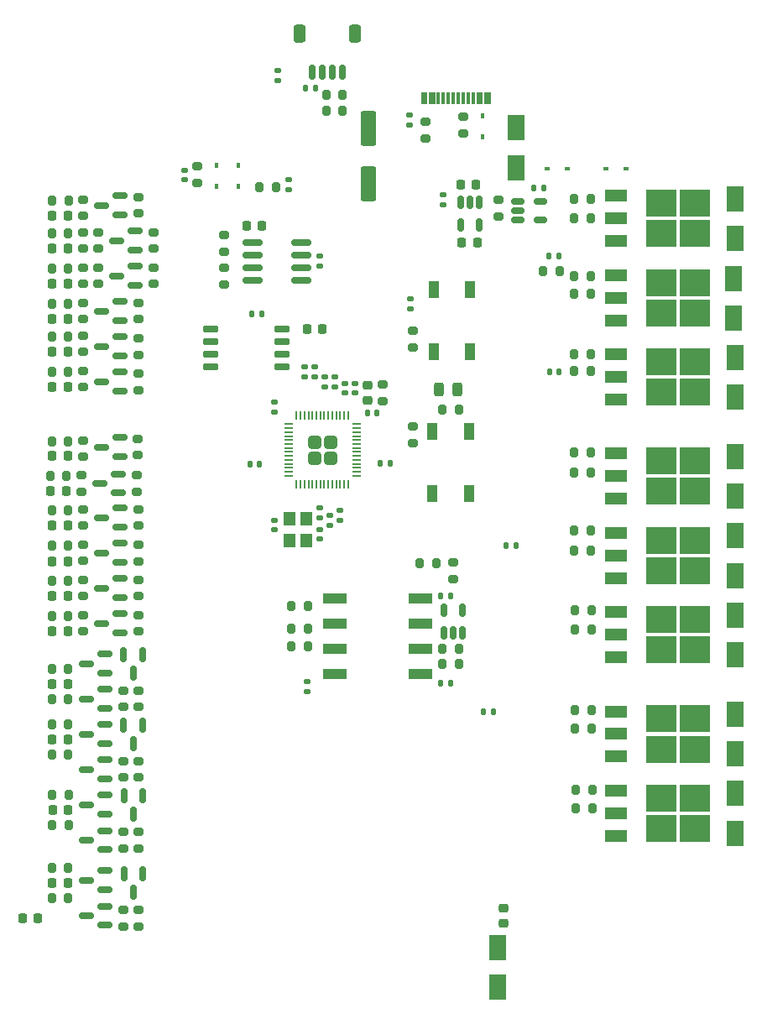
<source format=gtp>
%TF.GenerationSoftware,KiCad,Pcbnew,6.0.11+dfsg-1*%
%TF.CreationDate,2024-10-04T13:57:49+02:00*%
%TF.ProjectId,IO_16_8_1,494f5f31-365f-4385-9f31-2e6b69636164,1.1.0*%
%TF.SameCoordinates,PX47868c0PY848f8c0*%
%TF.FileFunction,Paste,Top*%
%TF.FilePolarity,Positive*%
%FSLAX46Y46*%
G04 Gerber Fmt 4.6, Leading zero omitted, Abs format (unit mm)*
G04 Created by KiCad (PCBNEW 6.0.11+dfsg-1) date 2024-10-04 13:57:49*
%MOMM*%
%LPD*%
G01*
G04 APERTURE LIST*
G04 Aperture macros list*
%AMRoundRect*
0 Rectangle with rounded corners*
0 $1 Rounding radius*
0 $2 $3 $4 $5 $6 $7 $8 $9 X,Y pos of 4 corners*
0 Add a 4 corners polygon primitive as box body*
4,1,4,$2,$3,$4,$5,$6,$7,$8,$9,$2,$3,0*
0 Add four circle primitives for the rounded corners*
1,1,$1+$1,$2,$3*
1,1,$1+$1,$4,$5*
1,1,$1+$1,$6,$7*
1,1,$1+$1,$8,$9*
0 Add four rect primitives between the rounded corners*
20,1,$1+$1,$2,$3,$4,$5,0*
20,1,$1+$1,$4,$5,$6,$7,0*
20,1,$1+$1,$6,$7,$8,$9,0*
20,1,$1+$1,$8,$9,$2,$3,0*%
G04 Aperture macros list end*
%ADD10RoundRect,0.200000X-0.275000X0.200000X-0.275000X-0.200000X0.275000X-0.200000X0.275000X0.200000X0*%
%ADD11RoundRect,0.150000X0.587500X0.150000X-0.587500X0.150000X-0.587500X-0.150000X0.587500X-0.150000X0*%
%ADD12RoundRect,0.200000X-0.200000X-0.275000X0.200000X-0.275000X0.200000X0.275000X-0.200000X0.275000X0*%
%ADD13R,0.300000X1.150000*%
%ADD14RoundRect,0.135000X-0.185000X0.135000X-0.185000X-0.135000X0.185000X-0.135000X0.185000X0.135000X0*%
%ADD15RoundRect,0.200000X0.275000X-0.200000X0.275000X0.200000X-0.275000X0.200000X-0.275000X-0.200000X0*%
%ADD16RoundRect,0.140000X0.170000X-0.140000X0.170000X0.140000X-0.170000X0.140000X-0.170000X-0.140000X0*%
%ADD17RoundRect,0.200000X0.200000X0.275000X-0.200000X0.275000X-0.200000X-0.275000X0.200000X-0.275000X0*%
%ADD18RoundRect,0.140000X0.140000X0.170000X-0.140000X0.170000X-0.140000X-0.170000X0.140000X-0.170000X0*%
%ADD19R,3.050000X2.750000*%
%ADD20R,2.200000X1.200000*%
%ADD21RoundRect,0.140000X-0.170000X0.140000X-0.170000X-0.140000X0.170000X-0.140000X0.170000X0.140000X0*%
%ADD22RoundRect,0.140000X-0.140000X-0.170000X0.140000X-0.170000X0.140000X0.170000X-0.140000X0.170000X0*%
%ADD23R,1.800000X2.500000*%
%ADD24RoundRect,0.225000X-0.225000X-0.250000X0.225000X-0.250000X0.225000X0.250000X-0.225000X0.250000X0*%
%ADD25RoundRect,0.150000X-0.150000X0.587500X-0.150000X-0.587500X0.150000X-0.587500X0.150000X0.587500X0*%
%ADD26RoundRect,0.150000X0.150000X-0.512500X0.150000X0.512500X-0.150000X0.512500X-0.150000X-0.512500X0*%
%ADD27RoundRect,0.243750X0.243750X0.456250X-0.243750X0.456250X-0.243750X-0.456250X0.243750X-0.456250X0*%
%ADD28RoundRect,0.150000X0.150000X0.625000X-0.150000X0.625000X-0.150000X-0.625000X0.150000X-0.625000X0*%
%ADD29RoundRect,0.250000X0.350000X0.650000X-0.350000X0.650000X-0.350000X-0.650000X0.350000X-0.650000X0*%
%ADD30R,0.450000X0.600000*%
%ADD31RoundRect,0.225000X0.250000X-0.225000X0.250000X0.225000X-0.250000X0.225000X-0.250000X-0.225000X0*%
%ADD32RoundRect,0.225000X0.225000X0.250000X-0.225000X0.250000X-0.225000X-0.250000X0.225000X-0.250000X0*%
%ADD33RoundRect,0.135000X0.185000X-0.135000X0.185000X0.135000X-0.185000X0.135000X-0.185000X-0.135000X0*%
%ADD34R,1.100000X1.800000*%
%ADD35R,0.600000X0.450000*%
%ADD36R,2.440000X1.120000*%
%ADD37RoundRect,0.249999X-0.395001X-0.395001X0.395001X-0.395001X0.395001X0.395001X-0.395001X0.395001X0*%
%ADD38RoundRect,0.050000X-0.387500X-0.050000X0.387500X-0.050000X0.387500X0.050000X-0.387500X0.050000X0*%
%ADD39RoundRect,0.050000X-0.050000X-0.387500X0.050000X-0.387500X0.050000X0.387500X-0.050000X0.387500X0*%
%ADD40RoundRect,0.150000X-0.512500X-0.150000X0.512500X-0.150000X0.512500X0.150000X-0.512500X0.150000X0*%
%ADD41RoundRect,0.135000X-0.135000X-0.185000X0.135000X-0.185000X0.135000X0.185000X-0.135000X0.185000X0*%
%ADD42RoundRect,0.150000X-0.150000X0.512500X-0.150000X-0.512500X0.150000X-0.512500X0.150000X0.512500X0*%
%ADD43RoundRect,0.150000X-0.650000X-0.150000X0.650000X-0.150000X0.650000X0.150000X-0.650000X0.150000X0*%
%ADD44RoundRect,0.150000X-0.825000X-0.150000X0.825000X-0.150000X0.825000X0.150000X-0.825000X0.150000X0*%
%ADD45RoundRect,0.250000X0.550000X-1.500000X0.550000X1.500000X-0.550000X1.500000X-0.550000X-1.500000X0*%
%ADD46R,1.200000X1.400000*%
G04 APERTURE END LIST*
D10*
X18178000Y64677000D03*
X18178000Y63027000D03*
D11*
X20425500Y16384000D03*
X20425500Y18284000D03*
X18550500Y17334000D03*
D12*
X15067000Y31594000D03*
X16717000Y31594000D03*
D11*
X20385500Y27088000D03*
X20385500Y28988000D03*
X18510500Y28038000D03*
D13*
X59160000Y92150000D03*
X58360000Y92150000D03*
X57060000Y92150000D03*
X56060000Y92150000D03*
X55560000Y92150000D03*
X54560000Y92150000D03*
X53260000Y92150000D03*
X52460000Y92150000D03*
X52760000Y92150000D03*
X53560000Y92150000D03*
X54060000Y92150000D03*
X55060000Y92150000D03*
X56560000Y92150000D03*
X57560000Y92150000D03*
X58060000Y92150000D03*
X58860000Y92150000D03*
D14*
X42578000Y64103000D03*
X42578000Y63083000D03*
D15*
X23703000Y56169000D03*
X23703000Y57819000D03*
D10*
X19702000Y78647000D03*
X19702000Y76997000D03*
X18178000Y68233000D03*
X18178000Y66583000D03*
X18178000Y57641000D03*
X18178000Y55991000D03*
D16*
X45626000Y62478000D03*
X45626000Y63438000D03*
D15*
X22242000Y30769000D03*
X22242000Y32419000D03*
D17*
X69566000Y20550000D03*
X67916000Y20550000D03*
D18*
X64672000Y83120000D03*
X63712000Y83120000D03*
D19*
X76566000Y81575000D03*
X79916000Y78525000D03*
X79916000Y81575000D03*
X76566000Y78525000D03*
D20*
X71941000Y82330000D03*
X71941000Y80050000D03*
X71941000Y77770000D03*
D10*
X52762000Y89787000D03*
X52762000Y88137000D03*
D21*
X51181000Y90458000D03*
X51181000Y89498000D03*
D22*
X46924000Y60410000D03*
X47884000Y60410000D03*
D23*
X84000000Y26050000D03*
X84000000Y30050000D03*
D12*
X67766000Y74225000D03*
X69416000Y74225000D03*
D24*
X40811000Y68896000D03*
X42361000Y68896000D03*
D12*
X15067000Y11528000D03*
X16717000Y11528000D03*
D19*
X76566000Y52525000D03*
X79916000Y55575000D03*
X79916000Y52525000D03*
X76566000Y55575000D03*
D20*
X71941000Y56330000D03*
X71941000Y54050000D03*
X71941000Y51770000D03*
D10*
X18178000Y71535000D03*
X18178000Y69885000D03*
D12*
X15067000Y43500000D03*
X16717000Y43500000D03*
D23*
X60000000Y6507000D03*
X60000000Y2507000D03*
D11*
X21909500Y62648000D03*
X21909500Y64548000D03*
X20034500Y63598000D03*
D14*
X43594000Y64103000D03*
X43594000Y63083000D03*
D25*
X24248000Y13953500D03*
X22348000Y13953500D03*
X23298000Y12078500D03*
D17*
X16717000Y14576000D03*
X15067000Y14576000D03*
D10*
X18178000Y78647000D03*
X18178000Y76997000D03*
D26*
X54606000Y38294500D03*
X55556000Y38294500D03*
X56506000Y38294500D03*
X56506000Y40569500D03*
X54606000Y40569500D03*
D12*
X15067000Y71472000D03*
X16717000Y71472000D03*
D17*
X56127000Y35114000D03*
X54477000Y35114000D03*
D15*
X23806000Y69885000D03*
X23806000Y71535000D03*
D10*
X18178000Y75091000D03*
X18178000Y73441000D03*
D11*
X20385500Y23532000D03*
X20385500Y25432000D03*
X18510500Y24482000D03*
D15*
X23766000Y23657000D03*
X23766000Y25307000D03*
D27*
X55985500Y62800000D03*
X54110500Y62800000D03*
D15*
X23766000Y38389000D03*
X23766000Y40039000D03*
D23*
X84000000Y62050000D03*
X84000000Y66050000D03*
D28*
X44356000Y94836000D03*
X43356000Y94836000D03*
X42356000Y94836000D03*
X41356000Y94836000D03*
D29*
X45656000Y98711000D03*
X40056000Y98711000D03*
D17*
X69478742Y38550000D03*
X67828742Y38550000D03*
D12*
X64637000Y74738000D03*
X66287000Y74738000D03*
D11*
X21909500Y69760000D03*
X21909500Y71660000D03*
X20034500Y70710000D03*
D16*
X37498000Y48632000D03*
X37498000Y49592000D03*
D17*
X69416000Y54462500D03*
X67766000Y54462500D03*
D19*
X76566000Y18525000D03*
X79916000Y18525000D03*
X79916000Y21575000D03*
X76566000Y21575000D03*
D20*
X71941000Y22330000D03*
X71941000Y20050000D03*
X71941000Y17770000D03*
D22*
X54314000Y41972000D03*
X55274000Y41972000D03*
D12*
X15083742Y81886000D03*
X16733742Y81886000D03*
D22*
X58632000Y30288000D03*
X59592000Y30288000D03*
D16*
X37522000Y60542000D03*
X37522000Y61502000D03*
D23*
X84000000Y36050000D03*
X84000000Y40050000D03*
D17*
X16757000Y21906000D03*
X15107000Y21906000D03*
D30*
X33844000Y85378000D03*
X33844000Y83278000D03*
D31*
X46896000Y61675000D03*
X46896000Y63225000D03*
D19*
X79916000Y47575000D03*
X79916000Y44525000D03*
X76566000Y44525000D03*
X76566000Y47575000D03*
D20*
X71941000Y48330000D03*
X71941000Y46050000D03*
X71941000Y43770000D03*
D25*
X24248000Y21827500D03*
X22348000Y21827500D03*
X23298000Y19952500D03*
D32*
X16707000Y20382000D03*
X15157000Y20382000D03*
D21*
X43110000Y50072000D03*
X43110000Y49112000D03*
D15*
X22282000Y16509000D03*
X22282000Y18159000D03*
D33*
X42094000Y49844000D03*
X42094000Y50864000D03*
D15*
X23594000Y52515000D03*
X23594000Y54165000D03*
D33*
X38989000Y82929000D03*
X38989000Y83949000D03*
D32*
X16667000Y73504000D03*
X15117000Y73504000D03*
D12*
X42736000Y90932000D03*
X44386000Y90932000D03*
D10*
X60128000Y81913000D03*
X60128000Y80263000D03*
D11*
X20385500Y19976000D03*
X20385500Y21876000D03*
X18510500Y20926000D03*
D34*
X57152000Y52334000D03*
X57152000Y58534000D03*
X53452000Y58534000D03*
X53452000Y52334000D03*
D15*
X23766000Y80553000D03*
X23766000Y82203000D03*
D32*
X16667000Y66646000D03*
X15117000Y66646000D03*
D12*
X67766000Y48550000D03*
X69416000Y48550000D03*
D19*
X76566000Y26525000D03*
X79916000Y26525000D03*
X79916000Y29575000D03*
X76566000Y29575000D03*
D20*
X71941000Y30330000D03*
X71941000Y28050000D03*
X71941000Y25770000D03*
D35*
X64990000Y85090000D03*
X67090000Y85090000D03*
D17*
X69478742Y28572500D03*
X67828742Y28572500D03*
D12*
X67766000Y82050000D03*
X69416000Y82050000D03*
D15*
X23806000Y66293000D03*
X23806000Y67943000D03*
D18*
X66196000Y76262000D03*
X65236000Y76262000D03*
D32*
X16667000Y69948000D03*
X15117000Y69948000D03*
D11*
X21909500Y45376000D03*
X21909500Y47276000D03*
X20034500Y46326000D03*
D16*
X44624000Y62478000D03*
X44624000Y63438000D03*
D15*
X23766000Y41945000D03*
X23766000Y43595000D03*
D10*
X32442000Y75055000D03*
X32442000Y73405000D03*
D32*
X16667000Y42008000D03*
X15117000Y42008000D03*
D12*
X54477000Y36638000D03*
X56127000Y36638000D03*
D36*
X52241000Y34098000D03*
X52241000Y36638000D03*
X52241000Y39178000D03*
X52241000Y41718000D03*
X43631000Y41718000D03*
X43631000Y39178000D03*
X43631000Y36638000D03*
X43631000Y34098000D03*
D32*
X16667000Y56086000D03*
X15117000Y56086000D03*
D12*
X67916000Y22412500D03*
X69566000Y22412500D03*
D34*
X57280000Y72854000D03*
X57280000Y66654000D03*
X53580000Y72854000D03*
X53580000Y66654000D03*
D32*
X16667000Y13052000D03*
X15117000Y13052000D03*
D25*
X24208000Y28975500D03*
X22308000Y28975500D03*
X23258000Y27100500D03*
D17*
X53841000Y45274000D03*
X52191000Y45274000D03*
D15*
X23766000Y49057000D03*
X23766000Y50707000D03*
D11*
X21909500Y66204000D03*
X21909500Y68104000D03*
X20034500Y67154000D03*
D30*
X58525000Y88266000D03*
X58525000Y90366000D03*
D12*
X15067000Y57597500D03*
X16717000Y57597500D03*
D37*
X41548000Y57504000D03*
X41548000Y55904000D03*
X43148000Y57504000D03*
X43148000Y55904000D03*
D38*
X38910500Y59304000D03*
X38910500Y58904000D03*
X38910500Y58504000D03*
X38910500Y58104000D03*
X38910500Y57704000D03*
X38910500Y57304000D03*
X38910500Y56904000D03*
X38910500Y56504000D03*
X38910500Y56104000D03*
X38910500Y55704000D03*
X38910500Y55304000D03*
X38910500Y54904000D03*
X38910500Y54504000D03*
X38910500Y54104000D03*
D39*
X39748000Y53266500D03*
X40148000Y53266500D03*
X40548000Y53266500D03*
X40948000Y53266500D03*
X41348000Y53266500D03*
X41748000Y53266500D03*
X42148000Y53266500D03*
X42548000Y53266500D03*
X42948000Y53266500D03*
X43348000Y53266500D03*
X43748000Y53266500D03*
X44148000Y53266500D03*
X44548000Y53266500D03*
X44948000Y53266500D03*
D38*
X45785500Y54104000D03*
X45785500Y54504000D03*
X45785500Y54904000D03*
X45785500Y55304000D03*
X45785500Y55704000D03*
X45785500Y56104000D03*
X45785500Y56504000D03*
X45785500Y56904000D03*
X45785500Y57304000D03*
X45785500Y57704000D03*
X45785500Y58104000D03*
X45785500Y58504000D03*
X45785500Y58904000D03*
X45785500Y59304000D03*
D39*
X44948000Y60141500D03*
X44548000Y60141500D03*
X44148000Y60141500D03*
X43748000Y60141500D03*
X43348000Y60141500D03*
X42948000Y60141500D03*
X42548000Y60141500D03*
X42148000Y60141500D03*
X41748000Y60141500D03*
X41348000Y60141500D03*
X40948000Y60141500D03*
X40548000Y60141500D03*
X40148000Y60141500D03*
X39748000Y60141500D03*
D40*
X62038500Y81784000D03*
X62038500Y80834000D03*
X62038500Y79884000D03*
X64313500Y79884000D03*
X64313500Y81784000D03*
D22*
X60918000Y47052000D03*
X61878000Y47052000D03*
D17*
X40887000Y36892000D03*
X39237000Y36892000D03*
D15*
X55556000Y43687000D03*
X55556000Y45337000D03*
D12*
X67828742Y40550000D03*
X69478742Y40550000D03*
D18*
X36224000Y70420000D03*
X35264000Y70420000D03*
D11*
X21737500Y52390000D03*
X21737500Y54290000D03*
X19862500Y53340000D03*
D17*
X16717000Y34642000D03*
X15067000Y34642000D03*
D10*
X18006000Y54165000D03*
X18006000Y52515000D03*
D12*
X39237000Y40956000D03*
X40887000Y40956000D03*
D21*
X28448000Y84935000D03*
X28448000Y83975000D03*
D11*
X20385500Y30644000D03*
X20385500Y32544000D03*
X18510500Y31594000D03*
D12*
X15067000Y78584000D03*
X16717000Y78584000D03*
D35*
X70920000Y85073000D03*
X73020000Y85073000D03*
D12*
X54477000Y60768000D03*
X56127000Y60768000D03*
D23*
X84000000Y52050000D03*
X84000000Y56050000D03*
D12*
X15067000Y75028000D03*
X16717000Y75028000D03*
X42736000Y92518000D03*
X44386000Y92518000D03*
D15*
X23766000Y45465000D03*
X23766000Y47115000D03*
D10*
X18178000Y43595000D03*
X18178000Y41945000D03*
X48420000Y63275000D03*
X48420000Y61625000D03*
D15*
X23806000Y62737000D03*
X23806000Y64387000D03*
D19*
X79916000Y65575000D03*
X76566000Y62525000D03*
X79916000Y62525000D03*
X76566000Y65575000D03*
D20*
X71941000Y66330000D03*
X71941000Y64050000D03*
X71941000Y61770000D03*
D10*
X18178000Y47151000D03*
X18178000Y45501000D03*
D16*
X40546000Y64098000D03*
X40546000Y65058000D03*
D41*
X54284000Y33209000D03*
X55304000Y33209000D03*
D11*
X21909500Y38264000D03*
X21909500Y40164000D03*
X20034500Y39214000D03*
D15*
X25290000Y76997000D03*
X25290000Y78647000D03*
D10*
X56572000Y90295000D03*
X56572000Y88645000D03*
D32*
X16667000Y45418000D03*
X15117000Y45418000D03*
D22*
X48218000Y55346000D03*
X49178000Y55346000D03*
D12*
X67766000Y66356000D03*
X69416000Y66356000D03*
D32*
X16667000Y63090000D03*
X15117000Y63090000D03*
D15*
X51492000Y57403000D03*
X51492000Y59053000D03*
D32*
X16667000Y77060000D03*
X15117000Y77060000D03*
D10*
X29718000Y85311000D03*
X29718000Y83661000D03*
D33*
X40824000Y32318000D03*
X40824000Y33338000D03*
D32*
X13659000Y9496000D03*
X12109000Y9496000D03*
D22*
X65264000Y64578000D03*
X66224000Y64578000D03*
D12*
X14895000Y54102000D03*
X16545000Y54102000D03*
D21*
X42094000Y76234000D03*
X42094000Y75274000D03*
D10*
X32442000Y78357000D03*
X32442000Y76707000D03*
D17*
X16717000Y29018000D03*
X15067000Y29018000D03*
D15*
X22282000Y8635000D03*
X22282000Y10285000D03*
D32*
X16667000Y49120000D03*
X15117000Y49120000D03*
X57842000Y83444000D03*
X56292000Y83444000D03*
X16495000Y52578000D03*
X14945000Y52578000D03*
D11*
X21909500Y48932000D03*
X21909500Y50832000D03*
X20034500Y49882000D03*
D16*
X41562000Y64098000D03*
X41562000Y65058000D03*
D11*
X21909500Y80428000D03*
X21909500Y82328000D03*
X20034500Y81378000D03*
D15*
X23766000Y30769000D03*
X23766000Y32419000D03*
D12*
X67766000Y56462500D03*
X69416000Y56462500D03*
D10*
X18178000Y40039000D03*
X18178000Y38389000D03*
D14*
X51238000Y71946000D03*
X51238000Y70926000D03*
D42*
X58183000Y81679500D03*
X57233000Y81679500D03*
X56283000Y81679500D03*
X56283000Y79404500D03*
X58183000Y79404500D03*
D23*
X84000000Y78050000D03*
X84000000Y82050000D03*
D10*
X18178000Y81949000D03*
X18178000Y80299000D03*
X18178000Y50707000D03*
X18178000Y49057000D03*
D12*
X15067000Y50644000D03*
X16717000Y50644000D03*
D15*
X22242000Y23657000D03*
X22242000Y25307000D03*
D12*
X15067000Y64614000D03*
X16717000Y64614000D03*
D23*
X83840560Y70016900D03*
X83840560Y74016900D03*
D33*
X37846000Y93978000D03*
X37846000Y94998000D03*
D12*
X36005000Y83185000D03*
X37655000Y83185000D03*
X67828742Y30462500D03*
X69478742Y30462500D03*
D17*
X69416000Y46550000D03*
X67766000Y46550000D03*
D12*
X15067000Y39978000D03*
X16717000Y39978000D03*
D18*
X41628000Y93218000D03*
X40668000Y93218000D03*
D12*
X15067000Y68170000D03*
X16717000Y68170000D03*
D32*
X36265000Y79310000D03*
X34715000Y79310000D03*
D25*
X24208000Y36087500D03*
X22308000Y36087500D03*
X23258000Y34212500D03*
D43*
X31104000Y68927000D03*
X31104000Y67657000D03*
X31104000Y66387000D03*
X31104000Y65117000D03*
X38304000Y65117000D03*
X38304000Y66387000D03*
X38304000Y67657000D03*
X38304000Y68927000D03*
D17*
X40887000Y38670000D03*
X39237000Y38670000D03*
D11*
X23433500Y76872000D03*
X23433500Y78772000D03*
X21558500Y77822000D03*
D23*
X61906000Y89184000D03*
X61906000Y85184000D03*
D19*
X76566000Y73575000D03*
X76566000Y70525000D03*
X79916000Y73575000D03*
X79916000Y70525000D03*
D20*
X71941000Y74330000D03*
X71941000Y72050000D03*
X71941000Y69770000D03*
D23*
X84000000Y18050000D03*
X84000000Y22050000D03*
D32*
X16667000Y80362000D03*
X15117000Y80362000D03*
D17*
X69416000Y80050000D03*
X67766000Y80050000D03*
D18*
X35998000Y55307000D03*
X35038000Y55307000D03*
D32*
X16667000Y27494000D03*
X15117000Y27494000D03*
D21*
X54514600Y82406200D03*
X54514600Y81446200D03*
D44*
X35301000Y77659000D03*
X35301000Y76389000D03*
X35301000Y75119000D03*
X35301000Y73849000D03*
X40251000Y73849000D03*
X40251000Y75119000D03*
X40251000Y76389000D03*
X40251000Y77659000D03*
D17*
X69416000Y72462500D03*
X67766000Y72462500D03*
D11*
X23433500Y73316000D03*
X23433500Y75216000D03*
X21558500Y74266000D03*
D15*
X25290000Y73441000D03*
X25290000Y75091000D03*
D31*
X60636000Y8939000D03*
X60636000Y10489000D03*
D11*
X20425500Y8764000D03*
X20425500Y10664000D03*
X18550500Y9714000D03*
D32*
X16667000Y38452000D03*
X15117000Y38452000D03*
X16667000Y33118000D03*
X15117000Y33118000D03*
D19*
X76566000Y36525000D03*
X76566000Y39575000D03*
X79916000Y36525000D03*
X79916000Y39575000D03*
D20*
X71941000Y40330000D03*
X71941000Y38050000D03*
X71941000Y35770000D03*
D11*
X20385500Y34200000D03*
X20385500Y36100000D03*
X18510500Y35150000D03*
D30*
X31700000Y85378000D03*
X31700000Y83278000D03*
D12*
X15067000Y47088000D03*
X16717000Y47088000D03*
D11*
X21909500Y56044000D03*
X21909500Y57944000D03*
X20034500Y56994000D03*
D15*
X51492000Y67055000D03*
X51492000Y68705000D03*
X23806000Y16509000D03*
X23806000Y18159000D03*
D17*
X69416000Y64637500D03*
X67766000Y64637500D03*
D23*
X84000000Y44050000D03*
X84000000Y48050000D03*
D12*
X15067000Y25970000D03*
X16717000Y25970000D03*
X15107000Y18858000D03*
X16757000Y18858000D03*
D10*
X19702000Y75091000D03*
X19702000Y73441000D03*
D45*
X46990000Y83560000D03*
X46990000Y89160000D03*
D15*
X23806000Y8635000D03*
X23806000Y10285000D03*
D46*
X40698000Y47603000D03*
X40698000Y49803000D03*
X38998000Y49803000D03*
X38998000Y47603000D03*
D11*
X21909500Y41820000D03*
X21909500Y43720000D03*
X20034500Y42770000D03*
D21*
X44126000Y50580000D03*
X44126000Y49620000D03*
D16*
X42070000Y47746000D03*
X42070000Y48706000D03*
D32*
X57982000Y77659000D03*
X56432000Y77659000D03*
D11*
X20385500Y12356000D03*
X20385500Y14256000D03*
X18510500Y13306000D03*
M02*

</source>
